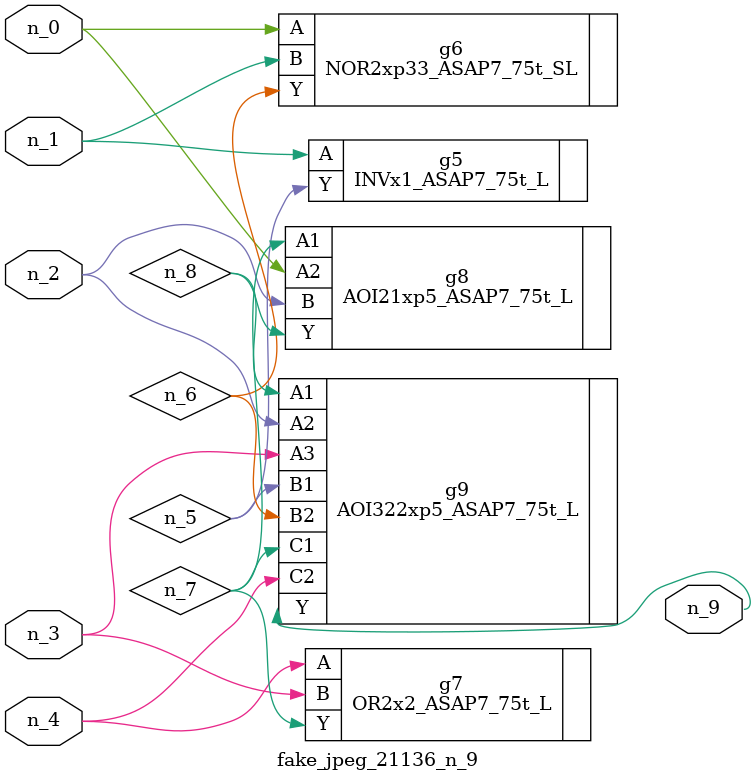
<source format=v>
module fake_jpeg_21136_n_9 (n_3, n_2, n_1, n_0, n_4, n_9);

input n_3;
input n_2;
input n_1;
input n_0;
input n_4;

output n_9;

wire n_8;
wire n_6;
wire n_5;
wire n_7;

INVx1_ASAP7_75t_L g5 ( 
.A(n_1),
.Y(n_5)
);

NOR2xp33_ASAP7_75t_SL g6 ( 
.A(n_0),
.B(n_1),
.Y(n_6)
);

OR2x2_ASAP7_75t_L g7 ( 
.A(n_4),
.B(n_3),
.Y(n_7)
);

AOI21xp5_ASAP7_75t_L g8 ( 
.A1(n_7),
.A2(n_0),
.B(n_2),
.Y(n_8)
);

AOI322xp5_ASAP7_75t_L g9 ( 
.A1(n_8),
.A2(n_2),
.A3(n_3),
.B1(n_5),
.B2(n_6),
.C1(n_7),
.C2(n_4),
.Y(n_9)
);


endmodule
</source>
